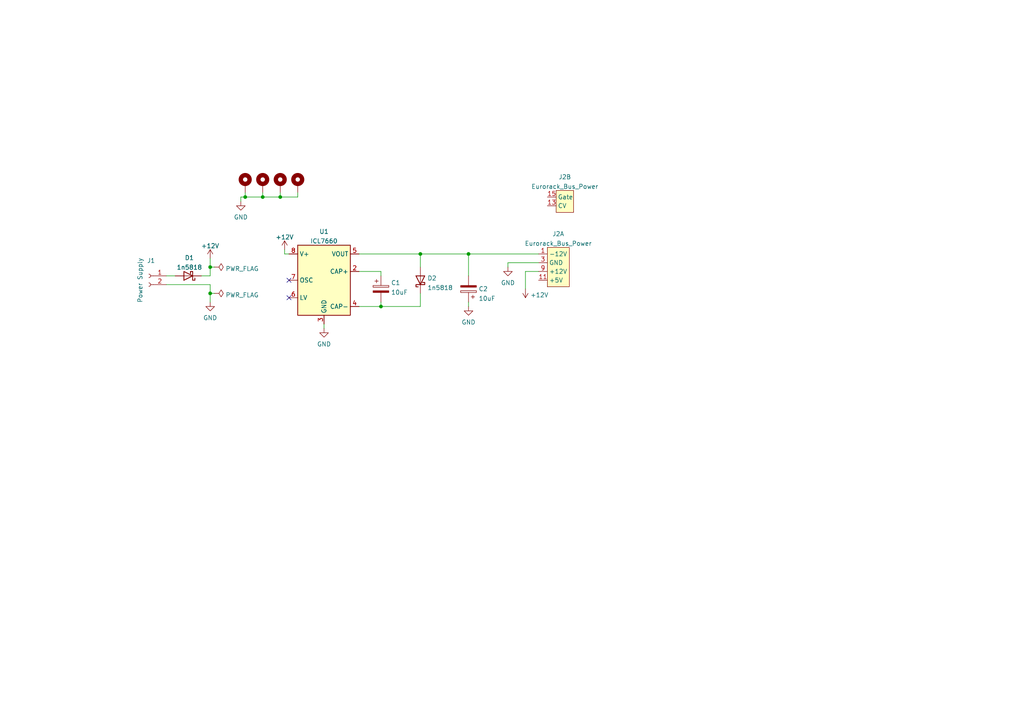
<source format=kicad_sch>
(kicad_sch (version 20211123) (generator eeschema)
  (paper "A4")
  (lib_symbols
    (symbol "Connector:Conn_01x02_Female" (pin_names (offset 1.016) hide)
      (property "Reference" "J" (at 0 2.54 0))
      (property "Value" "Conn_01x02_Female" (at 0 -5.08 0))
      (symbol "Conn_01x02_Female_1_1"
        (arc (start 0 -2.032) (mid -0.508 -2.54) (end 0 -3.048) (stroke (width 0.1524)))
        (polyline (pts (xy -1.27 -2.54) (xy -0.508 -2.54)) (stroke (width 0.1524)))
        (polyline (pts (xy -1.27 0) (xy -0.508 0)) (stroke (width 0.1524)))
        (arc (start 0 0.508) (mid -0.508 0) (end 0 -0.508) (stroke (width 0.1524)))
        (pin passive line (at -5.08 0 0) (length 3.81) (name "Pin_1") (number "1"))
        (pin passive line (at -5.08 -2.54 0) (length 3.81) (name "Pin_2") (number "2"))
      )
    )
    (symbol "Device:C_Polarized" (pin_numbers hide) (pin_names (offset 0.254))
      (property "Reference" "C" (at 0.635 2.54 0))
      (property "Value" "C_Polarized" (at 0.635 -2.54 0))
      (symbol "C_Polarized_0_1"
        (rectangle (start -2.286 0.508) (end 2.286 1.016))
        (polyline (pts (xy -1.778 2.286) (xy -0.762 2.286)))
        (polyline (pts (xy -1.27 2.794) (xy -1.27 1.778)))
        (rectangle (start 2.286 -0.508) (end -2.286 -1.016) (fill (type outline)))
      )
      (symbol "C_Polarized_1_1"
        (pin passive line (at 0 3.81 270) (length 2.794) (name "~") (number "1"))
        (pin passive line (at 0 -3.81 90) (length 2.794) (name "~") (number "2"))
      )
    )
    (symbol "Device:D_Schottky" (pin_numbers hide) (pin_names (offset 1.016) hide)
      (property "Reference" "D" (at 0 2.54 0))
      (property "Value" "D_Schottky" (at 0 -2.54 0))
      (symbol "D_Schottky_0_1"
        (polyline (pts (xy 1.27 0) (xy -1.27 0)))
        (polyline (pts (xy 1.27 1.27) (xy 1.27 -1.27) (xy -1.27 0) (xy 1.27 1.27)) (stroke (width 0.254)))
        (polyline (pts (xy -1.905 0.635) (xy -1.905 1.27) (xy -1.27 1.27) (xy -1.27 -1.27) (xy -0.635 -1.27) (xy -0.635 -0.635)) (stroke (width 0.254)))
      )
      (symbol "D_Schottky_1_1"
        (pin passive line (at -3.81 0 0) (length 2.54) (name "K") (number "1"))
        (pin passive line (at 3.81 0 180) (length 2.54) (name "A") (number "2"))
      )
    )
    (symbol "Eurorack_Hardware:Eurorack_Bus_Power"
      (property "Reference" "J" (at 3.175 5.715 0))
      (property "Value" "Eurorack_Bus_Power" (at 0 -8.255 0))
      (symbol "Eurorack_Bus_Power_1_1"
        (rectangle (start 0 4.445) (end 6.35 -6.985) (stroke (width 0.1524)) (fill (type background)))
        (pin power_in line (at -2.54 -5.08 0) (length 2.54) (name "-12V") (number "1"))
        (pin passive line (at -2.54 0 0) (length 2.54) hide (name "+12V") (number "10"))
        (pin power_in line (at -2.54 2.54 0) (length 2.54) (name "+5V") (number "11"))
        (pin passive line (at -2.54 2.54 0) (length 2.54) hide (name "+5V") (number "12"))
        (pin passive line (at -2.54 -5.08 0) (length 2.54) hide (name "-12V") (number "2"))
        (pin power_in line (at -2.54 -2.54 0) (length 2.54) (name "GND") (number "3"))
        (pin passive line (at -2.54 -2.54 0) (length 2.54) hide (name "GND") (number "4"))
        (pin passive line (at -2.54 -2.54 0) (length 2.54) hide (name "GND") (number "5"))
        (pin passive line (at -2.54 -2.54 0) (length 2.54) hide (name "GND") (number "6"))
        (pin passive line (at -2.54 -2.54 0) (length 2.54) hide (name "GND") (number "7"))
        (pin passive line (at -2.54 -2.54 0) (length 2.54) hide (name "GND") (number "8"))
        (pin power_in line (at -2.54 0 0) (length 2.54) (name "+12V") (number "9"))
      )
      (symbol "Eurorack_Bus_Power_2_1"
        (rectangle (start 0 4.445) (end 5.08 -1.905) (stroke (width 0.1524)) (fill (type background)))
        (pin passive line (at -2.54 2.54 0) (length 2.54) (name "CV") (number "13"))
        (pin passive line (at -2.54 2.54 0) (length 2.54) hide (name "CV") (number "14"))
        (pin passive line (at -2.54 0 0) (length 2.54) (name "Gate") (number "15"))
        (pin passive line (at -2.54 0 0) (length 2.54) hide (name "Gate") (number "16"))
      )
    )
    (symbol "Mechanical:MountingHole_Pad" (pin_numbers hide) (pin_names (offset 1.016) hide)
      (property "Reference" "H" (at 0 6.35 0))
      (property "Value" "MountingHole_Pad" (at 0 4.445 0))
      (symbol "MountingHole_Pad_0_1"
        (circle (center 0 1.27) (radius 1.27) (stroke (width 1.27)))
      )
      (symbol "MountingHole_Pad_1_1"
        (pin input line (at 0 -2.54 90) (length 2.54) (name "1") (number "1"))
      )
    )
    (symbol "Regulator_SwitchedCapacitor:ICL7660"
      (property "Reference" "U" (at -6.35 11.43 0))
      (property "Value" "ICL7660" (at 3.81 11.43 0))
      (symbol "ICL7660_0_1"
        (rectangle (start -7.62 10.16) (end 7.62 -10.16) (stroke (width 0.254)) (fill (type background)))
      )
      (symbol "ICL7660_1_1"
        (pin no_connect line (at -7.62 5.08 0) (length 2.54) hide (name "NC") (number "1"))
        (pin input line (at 10.16 2.54 180) (length 2.54) (name "CAP+") (number "2"))
        (pin power_in line (at 0 -12.7 90) (length 2.54) (name "GND") (number "3"))
        (pin input line (at 10.16 -7.62 180) (length 2.54) (name "CAP-") (number "4"))
        (pin power_out line (at 10.16 7.62 180) (length 2.54) (name "VOUT") (number "5"))
        (pin input line (at -10.16 -5.08 0) (length 2.54) (name "LV") (number "6"))
        (pin input line (at -10.16 0 0) (length 2.54) (name "OSC") (number "7"))
        (pin power_in line (at -10.16 7.62 0) (length 2.54) (name "V+") (number "8"))
      )
    )
    (symbol "power:+12V" (power) (pin_names (offset 0))
      (property "Value" "+12V" (at 0 3.556 0))
      (symbol "+12V_0_1"
        (polyline (pts (xy -0.762 1.27) (xy 0 2.54)))
        (polyline (pts (xy 0 0) (xy 0 2.54)))
        (polyline (pts (xy 0 2.54) (xy 0.762 1.27)))
      )
      (symbol "+12V_1_1"
        (pin power_in line (at 0 0 90) (length 0) hide (name "+12V") (number "1"))
      )
    )
    (symbol "power:GND" (power) (pin_names (offset 0))
      (property "Value" "GND" (at 0 -3.81 0))
      (symbol "GND_0_1"
        (polyline (pts (xy 0 0) (xy 0 -1.27) (xy 1.27 -1.27) (xy 0 -2.54) (xy -1.27 -1.27) (xy 0 -1.27)))
      )
      (symbol "GND_1_1"
        (pin power_in line (at 0 0 270) (length 0) hide (name "GND") (number "1"))
      )
    )
    (symbol "power:PWR_FLAG" (power) (pin_numbers hide) (pin_names (offset 0) hide)
      (property "Value" "PWR_FLAG" (at 0 3.81 0))
      (symbol "PWR_FLAG_0_0"
        (pin power_out line (at 0 0 90) (length 0) (name "pwr") (number "1"))
      )
      (symbol "PWR_FLAG_0_1"
        (polyline (pts (xy 0 0) (xy 0 1.27) (xy -1.016 1.905) (xy 0 2.54) (xy 1.016 1.905) (xy 0 1.27)))
      )
    )
  )
  (junction (at 135.89 73.66))
  (junction (at 121.92 73.66))
  (junction (at 110.49 88.9))
  (junction (at 60.96 77.47))
  (junction (at 76.2 57.15))
  (junction (at 81.28 57.15))
  (junction (at 60.96 85.09))
  (junction (at 71.12 57.15))
  (no_connect (at 83.82 81.28))
  (no_connect (at 83.82 86.36))
  (wire (pts (xy 104.14 73.66) (xy 121.92 73.66)))
  (wire (pts (xy 82.55 73.66) (xy 83.82 73.66)))
  (wire (pts (xy 121.92 88.9) (xy 110.49 88.9)))
  (wire (pts (xy 121.92 73.66) (xy 121.92 77.47)))
  (wire (pts (xy 60.96 77.47) (xy 62.23 77.47)))
  (wire (pts (xy 121.92 85.09) (xy 121.92 88.9)))
  (wire (pts (xy 58.42 80.01) (xy 60.96 80.01)))
  (wire (pts (xy 60.96 85.09) (xy 60.96 82.55)))
  (wire (pts (xy 69.85 57.15) (xy 71.12 57.15)))
  (wire (pts (xy 81.28 55.88) (xy 81.28 57.15)))
  (wire (pts (xy 60.96 77.47) (xy 60.96 80.01)))
  (wire (pts (xy 60.96 85.09) (xy 62.23 85.09)))
  (wire (pts (xy 82.55 72.39) (xy 82.55 73.66)))
  (wire (pts (xy 121.92 73.66) (xy 135.89 73.66)))
  (wire (pts (xy 86.36 55.88) (xy 86.36 57.15)))
  (wire (pts (xy 135.89 87.63) (xy 135.89 88.9)))
  (wire (pts (xy 110.49 88.9) (xy 110.49 87.63)))
  (wire (pts (xy 60.96 77.47) (xy 60.96 74.93)))
  (wire (pts (xy 76.2 57.15) (xy 76.2 55.88)))
  (wire (pts (xy 135.89 73.66) (xy 156.21 73.66)))
  (wire (pts (xy 104.14 78.74) (xy 110.49 78.74)))
  (wire (pts (xy 135.89 73.66) (xy 135.89 80.01)))
  (wire (pts (xy 69.85 58.42) (xy 69.85 57.15)))
  (wire (pts (xy 86.36 57.15) (xy 81.28 57.15)))
  (wire (pts (xy 71.12 57.15) (xy 71.12 55.88)))
  (wire (pts (xy 60.96 85.09) (xy 60.96 87.63)))
  (wire (pts (xy 48.26 82.55) (xy 60.96 82.55)))
  (wire (pts (xy 110.49 78.74) (xy 110.49 80.01)))
  (wire (pts (xy 93.98 93.98) (xy 93.98 95.25)))
  (wire (pts (xy 147.32 77.47) (xy 147.32 76.2)))
  (wire (pts (xy 81.28 57.15) (xy 76.2 57.15)))
  (wire (pts (xy 147.32 76.2) (xy 156.21 76.2)))
  (wire (pts (xy 156.21 78.74) (xy 152.4 78.74)))
  (wire (pts (xy 48.26 80.01) (xy 50.8 80.01)))
  (wire (pts (xy 152.4 78.74) (xy 152.4 83.82)))
  (wire (pts (xy 104.14 88.9) (xy 110.49 88.9)))
  (wire (pts (xy 71.12 57.15) (xy 76.2 57.15)))
  (symbol (lib_id "power:GND") (at 147.32 77.47 0) (unit 1)
    (property "Reference" "#PWR07" (effects hide))
    (property "Value" "GND" (at 147.32 82.0325 0))
  )
  (symbol (lib_id "Eurorack_Hardware:Eurorack_Bus_Power") (at 161.29 57.15 0) (mirror x) (unit 2)
    (property "Reference" "J2" (at 163.83 51.3293 0))
    (property "Value" "Eurorack_Bus_Power" (at 163.83 54.1044 0))
    (property "Footprint" "eurorack-power:Eurorack_PowerHeader_2x08_P2.54mm_Shrouded" (effects hide))
  )
  (symbol (lib_id "power:GND") (at 135.89 88.9 0) (unit 1)
    (property "Reference" "#PWR04" (effects hide))
    (property "Value" "GND" (at 135.89 93.4625 0))
  )
  (symbol (lib_id "power:PWR_FLAG") (at 62.23 85.09 270) (unit 1)
    (property "Reference" "#FLG02" (effects hide))
    (property "Value" "PWR_FLAG" (at 65.405 85.569 90) (effects (justify left)))
  )
  (symbol (lib_id "Device:D_Schottky") (at 54.61 80.01 180) (unit 1)
    (property "Reference" "D1" (at 54.9275 74.7735 0))
    (property "Value" "1n5818" (at 54.9275 77.5486 0))
    (property "Footprint" "rumblesan-standard-parts:D_DO-41_SOD81_P10.16mm_Horizontal" (effects hide))
  )
  (symbol (lib_id "Mechanical:MountingHole_Pad") (at 71.12 53.34 0) (unit 1)
    (property "Reference" "H1" (effects hide))
    (property "Value" "MountingHole_Pad" (effects hide))
    (property "Footprint" "rumblesan-standard-parts:MountingHole_3.2mm_M3_DIN965_Pad" (effects hide))
  )
  (symbol (lib_id "Mechanical:MountingHole_Pad") (at 76.2 53.34 0) (unit 1)
    (property "Reference" "H2" (effects hide))
    (property "Value" "MountingHole_Pad" (effects hide))
    (property "Footprint" "rumblesan-standard-parts:MountingHole_3.2mm_M3_DIN965_Pad" (effects hide))
  )
  (symbol (lib_id "Device:D_Schottky") (at 121.92 81.28 90) (unit 1)
    (property "Reference" "D2" (at 123.952 80.689 90) (effects (justify right)))
    (property "Value" "1n5818" (at 123.952 83.4641 90) (effects (justify right)))
    (property "Footprint" "rumblesan-standard-parts:D_DO-41_SOD81_P10.16mm_Horizontal" (effects hide))
  )
  (symbol (lib_id "power:+12V") (at 60.96 74.93 0) (unit 1)
    (property "Reference" "#PWR05" (effects hide))
    (property "Value" "+12V" (at 60.96 71.3255 0))
  )
  (symbol (lib_id "power:GND") (at 93.98 95.25 0) (unit 1)
    (property "Reference" "#PWR03" (effects hide))
    (property "Value" "GND" (at 93.98 99.8125 0))
  )
  (symbol (lib_id "power:+12V") (at 152.4 83.82 180) (unit 1)
    (property "Reference" "#PWR08" (effects hide))
    (property "Value" "+12V" (at 153.797 85.569 0) (effects (justify right)))
  )
  (symbol (lib_id "Mechanical:MountingHole_Pad") (at 81.28 53.34 0) (unit 1)
    (property "Reference" "H3" (effects hide))
    (property "Value" "MountingHole_Pad" (effects hide))
    (property "Footprint" "rumblesan-standard-parts:MountingHole_3.2mm_M3_DIN965_Pad" (effects hide))
  )
  (symbol (lib_id "Mechanical:MountingHole_Pad") (at 86.36 53.34 0) (unit 1)
    (property "Reference" "H4" (effects hide))
    (property "Value" "MountingHole_Pad" (effects hide))
    (property "Footprint" "rumblesan-standard-parts:MountingHole_3.2mm_M3_DIN965_Pad" (effects hide))
  )
  (symbol (lib_id "power:+12V") (at 82.55 72.39 0) (unit 1)
    (property "Reference" "#PWR06" (effects hide))
    (property "Value" "+12V" (at 82.55 68.7855 0))
  )
  (symbol (lib_id "Device:C_Polarized") (at 110.49 83.82 0) (unit 1)
    (property "Reference" "C1" (at 113.411 82.0225 0) (effects (justify left)))
    (property "Value" "10uF" (at 113.411 84.7976 0) (effects (justify left)))
    (property "Footprint" "rumblesan-standard-parts:CP_Radial_D6.3mm_P2.50mm" (effects hide))
  )
  (symbol (lib_id "power:PWR_FLAG") (at 62.23 77.47 270) (unit 1)
    (property "Reference" "#FLG01" (effects hide))
    (property "Value" "PWR_FLAG" (at 65.405 77.949 90) (effects (justify left)))
  )
  (symbol (lib_id "Eurorack_Hardware:Eurorack_Bus_Power") (at 158.75 78.74 0) (mirror x) (unit 1)
    (property "Reference" "J2" (at 161.925 67.8393 0))
    (property "Value" "Eurorack_Bus_Power" (at 161.925 70.6144 0))
    (property "Footprint" "eurorack-power:Eurorack_PowerHeader_2x08_P2.54mm_Shrouded" (effects hide))
  )
  (symbol (lib_id "Regulator_SwitchedCapacitor:ICL7660") (at 93.98 81.28 0) (unit 1)
    (property "Reference" "U1" (at 93.98 67.1535 0))
    (property "Value" "ICL7660" (at 93.98 69.9286 0))
    (property "Footprint" "rumblesan-standard-parts:DIP-8_W7.62mm_Socket" (effects hide))
    (property "Datasheet" "http://datasheets.maximintegrated.com/en/ds/ICL7660-MAX1044.pdf" (effects hide))
  )
  (symbol (lib_id "Device:C_Polarized") (at 135.89 83.82 180) (unit 1)
    (property "Reference" "C2" (at 138.811 83.8005 0) (effects (justify right)))
    (property "Value" "10uF" (at 138.811 86.5756 0) (effects (justify right)))
    (property "Footprint" "rumblesan-standard-parts:CP_Radial_D6.3mm_P2.50mm" (effects hide))
  )
  (symbol (lib_id "power:GND") (at 69.85 58.42 0) (unit 1)
    (property "Reference" "#PWR02" (effects hide))
    (property "Value" "GND" (at 69.85 62.9825 0))
  )
  (symbol (lib_id "power:GND") (at 60.96 87.63 0) (unit 1)
    (property "Reference" "#PWR01" (effects hide))
    (property "Value" "GND" (at 60.96 92.1925 0))
  )
  (symbol (lib_id "Connector:Conn_01x02_Female") (at 43.18 80.01 0) (mirror y) (unit 1)
    (property "Reference" "J1" (at 43.815 75.5863 0))
    (property "Value" "Power Supply" (at 40.64 81.28 90))
    (property "Footprint" "Connector_PinHeader_2.54mm:PinHeader_1x02_P2.54mm_Vertical" (effects hide))
  )
)
</source>
